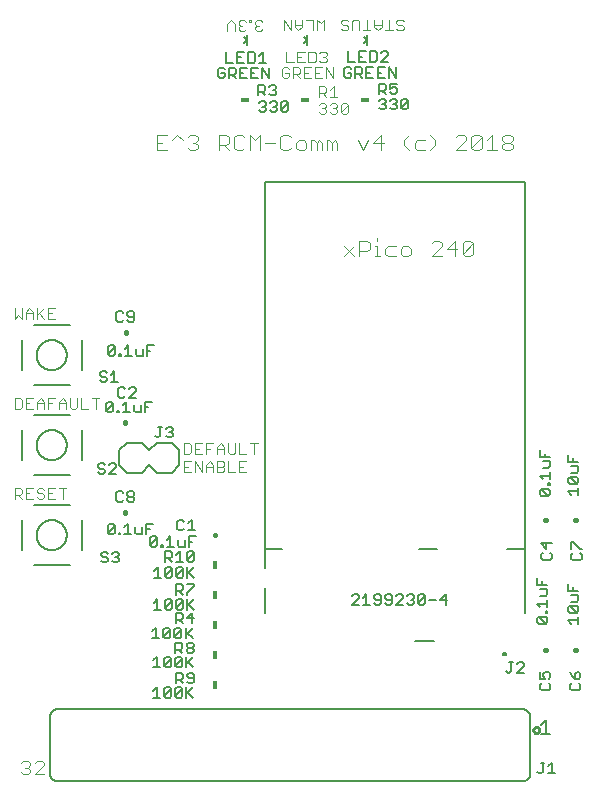
<source format=gbr>
G04 EAGLE Gerber RS-274X export*
G75*
%MOMM*%
%FSLAX34Y34*%
%LPD*%
%INSilkscreen Top*%
%IPPOS*%
%AMOC8*
5,1,8,0,0,1.08239X$1,22.5*%
G01*
%ADD10C,0.254000*%
%ADD11C,0.101600*%
%ADD12C,0.152400*%
%ADD13C,0.127000*%
%ADD14C,0.203200*%
%ADD15R,0.762000X0.457200*%
%ADD16C,0.381000*%
%ADD17C,0.200000*%
%ADD18R,0.457200X0.762000*%


D10*
X472440Y50800D02*
X472442Y50900D01*
X472448Y51001D01*
X472458Y51100D01*
X472472Y51200D01*
X472489Y51299D01*
X472511Y51397D01*
X472537Y51494D01*
X472566Y51590D01*
X472599Y51684D01*
X472636Y51778D01*
X472676Y51870D01*
X472720Y51960D01*
X472768Y52048D01*
X472819Y52135D01*
X472873Y52219D01*
X472931Y52301D01*
X472992Y52381D01*
X473056Y52458D01*
X473123Y52533D01*
X473193Y52605D01*
X473266Y52674D01*
X473341Y52740D01*
X473419Y52804D01*
X473499Y52864D01*
X473582Y52921D01*
X473667Y52974D01*
X473754Y53024D01*
X473843Y53071D01*
X473933Y53114D01*
X474025Y53154D01*
X474119Y53190D01*
X474214Y53222D01*
X474310Y53250D01*
X474408Y53275D01*
X474506Y53295D01*
X474605Y53312D01*
X474705Y53325D01*
X474804Y53334D01*
X474905Y53339D01*
X475005Y53340D01*
X475105Y53337D01*
X475206Y53330D01*
X475305Y53319D01*
X475405Y53304D01*
X475503Y53286D01*
X475601Y53263D01*
X475698Y53236D01*
X475793Y53206D01*
X475888Y53172D01*
X475981Y53134D01*
X476072Y53093D01*
X476162Y53048D01*
X476250Y53000D01*
X476336Y52948D01*
X476420Y52893D01*
X476501Y52834D01*
X476580Y52772D01*
X476657Y52708D01*
X476731Y52640D01*
X476802Y52569D01*
X476871Y52496D01*
X476936Y52420D01*
X476999Y52341D01*
X477058Y52260D01*
X477114Y52177D01*
X477167Y52092D01*
X477216Y52004D01*
X477262Y51915D01*
X477304Y51824D01*
X477343Y51731D01*
X477378Y51637D01*
X477409Y51542D01*
X477437Y51445D01*
X477460Y51348D01*
X477480Y51249D01*
X477496Y51150D01*
X477508Y51051D01*
X477516Y50950D01*
X477520Y50850D01*
X477520Y50750D01*
X477516Y50650D01*
X477508Y50549D01*
X477496Y50450D01*
X477480Y50351D01*
X477460Y50252D01*
X477437Y50155D01*
X477409Y50058D01*
X477378Y49963D01*
X477343Y49869D01*
X477304Y49776D01*
X477262Y49685D01*
X477216Y49596D01*
X477167Y49508D01*
X477114Y49423D01*
X477058Y49340D01*
X476999Y49259D01*
X476936Y49180D01*
X476871Y49104D01*
X476802Y49031D01*
X476731Y48960D01*
X476657Y48892D01*
X476580Y48828D01*
X476501Y48766D01*
X476420Y48707D01*
X476336Y48652D01*
X476250Y48600D01*
X476162Y48552D01*
X476072Y48507D01*
X475981Y48466D01*
X475888Y48428D01*
X475793Y48394D01*
X475698Y48364D01*
X475601Y48337D01*
X475503Y48314D01*
X475405Y48296D01*
X475305Y48281D01*
X475206Y48270D01*
X475105Y48263D01*
X475005Y48260D01*
X474905Y48261D01*
X474804Y48266D01*
X474705Y48275D01*
X474605Y48288D01*
X474506Y48305D01*
X474408Y48325D01*
X474310Y48350D01*
X474214Y48378D01*
X474119Y48410D01*
X474025Y48446D01*
X473933Y48486D01*
X473843Y48529D01*
X473754Y48576D01*
X473667Y48626D01*
X473582Y48679D01*
X473499Y48736D01*
X473419Y48796D01*
X473341Y48860D01*
X473266Y48926D01*
X473193Y48995D01*
X473123Y49067D01*
X473056Y49142D01*
X472992Y49219D01*
X472931Y49299D01*
X472873Y49381D01*
X472819Y49465D01*
X472768Y49552D01*
X472720Y49640D01*
X472676Y49730D01*
X472636Y49822D01*
X472599Y49916D01*
X472566Y50010D01*
X472537Y50106D01*
X472511Y50203D01*
X472489Y50301D01*
X472472Y50400D01*
X472458Y50500D01*
X472448Y50599D01*
X472442Y50700D01*
X472440Y50800D01*
D11*
X162483Y554747D02*
X153670Y554747D01*
X153670Y541528D01*
X162483Y541528D01*
X158076Y548138D02*
X153670Y548138D01*
X166767Y550341D02*
X171174Y554747D01*
X175580Y550341D01*
X179865Y552544D02*
X182068Y554747D01*
X186474Y554747D01*
X188677Y552544D01*
X188677Y550341D01*
X186474Y548138D01*
X184271Y548138D01*
X186474Y548138D02*
X188677Y545934D01*
X188677Y543731D01*
X186474Y541528D01*
X182068Y541528D01*
X179865Y543731D01*
X206059Y541528D02*
X206059Y554747D01*
X212669Y554747D01*
X214872Y552544D01*
X214872Y548138D01*
X212669Y545934D01*
X206059Y545934D01*
X210465Y545934D02*
X214872Y541528D01*
X227969Y552544D02*
X225766Y554747D01*
X221359Y554747D01*
X219156Y552544D01*
X219156Y543731D01*
X221359Y541528D01*
X225766Y541528D01*
X227969Y543731D01*
X232254Y541528D02*
X232254Y554747D01*
X236660Y550341D01*
X241066Y554747D01*
X241066Y541528D01*
X245351Y548138D02*
X254164Y548138D01*
X265058Y554747D02*
X267261Y552544D01*
X265058Y554747D02*
X260651Y554747D01*
X258448Y552544D01*
X258448Y543731D01*
X260651Y541528D01*
X265058Y541528D01*
X267261Y543731D01*
X273748Y541528D02*
X278155Y541528D01*
X280358Y543731D01*
X280358Y548138D01*
X278155Y550341D01*
X273748Y550341D01*
X271545Y548138D01*
X271545Y543731D01*
X273748Y541528D01*
X284643Y541528D02*
X284643Y550341D01*
X286846Y550341D01*
X289049Y548138D01*
X289049Y541528D01*
X289049Y548138D02*
X291252Y550341D01*
X293455Y548138D01*
X293455Y541528D01*
X297740Y541528D02*
X297740Y550341D01*
X299943Y550341D01*
X302146Y548138D01*
X302146Y541528D01*
X302146Y548138D02*
X304349Y550341D01*
X306553Y548138D01*
X306553Y541528D01*
X323934Y550341D02*
X328341Y541528D01*
X332747Y550341D01*
X343641Y554747D02*
X343641Y541528D01*
X337032Y548138D02*
X343641Y554747D01*
X345844Y548138D02*
X337032Y548138D01*
X363226Y545934D02*
X367632Y541528D01*
X363226Y545934D02*
X363226Y550341D01*
X367632Y554747D01*
X374161Y550341D02*
X380770Y550341D01*
X374161Y550341D02*
X371958Y548138D01*
X371958Y543731D01*
X374161Y541528D01*
X380770Y541528D01*
X385055Y541528D02*
X389461Y545934D01*
X389461Y550341D01*
X385055Y554747D01*
X406884Y541528D02*
X415696Y541528D01*
X406884Y541528D02*
X415696Y550341D01*
X415696Y552544D01*
X413493Y554747D01*
X409087Y554747D01*
X406884Y552544D01*
X419981Y552544D02*
X419981Y543731D01*
X419981Y552544D02*
X422184Y554747D01*
X426590Y554747D01*
X428794Y552544D01*
X428794Y543731D01*
X426590Y541528D01*
X422184Y541528D01*
X419981Y543731D01*
X428794Y552544D01*
X433078Y550341D02*
X437484Y554747D01*
X437484Y541528D01*
X433078Y541528D02*
X441891Y541528D01*
X446175Y552544D02*
X448378Y554747D01*
X452785Y554747D01*
X454988Y552544D01*
X454988Y550341D01*
X452785Y548138D01*
X454988Y545934D01*
X454988Y543731D01*
X452785Y541528D01*
X448378Y541528D01*
X446175Y543731D01*
X446175Y545934D01*
X448378Y548138D01*
X446175Y550341D01*
X446175Y552544D01*
X448378Y548138D02*
X452785Y548138D01*
X358136Y643120D02*
X356611Y644646D01*
X358136Y643120D02*
X361187Y643120D01*
X362712Y644646D01*
X362712Y646171D01*
X361187Y647696D01*
X358136Y647696D01*
X356611Y649221D01*
X356611Y650747D01*
X358136Y652272D01*
X361187Y652272D01*
X362712Y650747D01*
X350306Y652272D02*
X350306Y643120D01*
X347256Y643120D02*
X353357Y643120D01*
X344002Y646171D02*
X344002Y652272D01*
X344002Y646171D02*
X340951Y643120D01*
X337900Y646171D01*
X337900Y652272D01*
X337900Y647696D02*
X344002Y647696D01*
X331596Y652272D02*
X331596Y643120D01*
X334646Y643120D02*
X328545Y643120D01*
X325291Y643120D02*
X325291Y650747D01*
X323766Y652272D01*
X320715Y652272D01*
X319190Y650747D01*
X319190Y643120D01*
X311360Y643120D02*
X309835Y644646D01*
X311360Y643120D02*
X314411Y643120D01*
X315936Y644646D01*
X315936Y646171D01*
X314411Y647696D01*
X311360Y647696D01*
X309835Y649221D01*
X309835Y650747D01*
X311360Y652272D01*
X314411Y652272D01*
X315936Y650747D01*
X243078Y644138D02*
X241553Y642612D01*
X238502Y642612D01*
X236977Y644138D01*
X236977Y645663D01*
X238502Y647188D01*
X240027Y647188D01*
X238502Y647188D02*
X236977Y648713D01*
X236977Y650239D01*
X238502Y651764D01*
X241553Y651764D01*
X243078Y650239D01*
X233723Y650239D02*
X233723Y651764D01*
X233723Y650239D02*
X232198Y650239D01*
X232198Y651764D01*
X233723Y651764D01*
X229045Y644138D02*
X227520Y642612D01*
X224469Y642612D01*
X222944Y644138D01*
X222944Y645663D01*
X224469Y647188D01*
X225995Y647188D01*
X224469Y647188D02*
X222944Y648713D01*
X222944Y650239D01*
X224469Y651764D01*
X227520Y651764D01*
X229045Y650239D01*
X219690Y648713D02*
X219690Y642612D01*
X219690Y648713D02*
X216639Y651764D01*
X213589Y648713D01*
X213589Y642612D01*
X33528Y408186D02*
X33528Y399034D01*
X36579Y402085D01*
X39629Y399034D01*
X39629Y408186D01*
X42883Y405135D02*
X42883Y399034D01*
X42883Y405135D02*
X45934Y408186D01*
X48984Y405135D01*
X48984Y399034D01*
X48984Y403610D02*
X42883Y403610D01*
X52238Y408186D02*
X52238Y399034D01*
X52238Y402085D02*
X58340Y408186D01*
X53764Y403610D02*
X58340Y399034D01*
X61594Y408186D02*
X67695Y408186D01*
X61594Y408186D02*
X61594Y399034D01*
X67695Y399034D01*
X64644Y403610D02*
X61594Y403610D01*
X33528Y331986D02*
X33528Y322834D01*
X38104Y322834D01*
X39629Y324359D01*
X39629Y330461D01*
X38104Y331986D01*
X33528Y331986D01*
X42883Y331986D02*
X48984Y331986D01*
X42883Y331986D02*
X42883Y322834D01*
X48984Y322834D01*
X45934Y327410D02*
X42883Y327410D01*
X52238Y328935D02*
X52238Y322834D01*
X52238Y328935D02*
X55289Y331986D01*
X58340Y328935D01*
X58340Y322834D01*
X58340Y327410D02*
X52238Y327410D01*
X61594Y322834D02*
X61594Y331986D01*
X67695Y331986D01*
X64644Y327410D02*
X61594Y327410D01*
X70949Y328935D02*
X70949Y322834D01*
X70949Y328935D02*
X73999Y331986D01*
X77050Y328935D01*
X77050Y322834D01*
X77050Y327410D02*
X70949Y327410D01*
X80304Y324359D02*
X80304Y331986D01*
X80304Y324359D02*
X81829Y322834D01*
X84880Y322834D01*
X86405Y324359D01*
X86405Y331986D01*
X89659Y331986D02*
X89659Y322834D01*
X95760Y322834D01*
X102065Y322834D02*
X102065Y331986D01*
X99014Y331986D02*
X105116Y331986D01*
X33528Y255786D02*
X33528Y246634D01*
X33528Y255786D02*
X38104Y255786D01*
X39629Y254261D01*
X39629Y251210D01*
X38104Y249685D01*
X33528Y249685D01*
X36579Y249685D02*
X39629Y246634D01*
X42883Y255786D02*
X48984Y255786D01*
X42883Y255786D02*
X42883Y246634D01*
X48984Y246634D01*
X45934Y251210D02*
X42883Y251210D01*
X56814Y255786D02*
X58340Y254261D01*
X56814Y255786D02*
X53764Y255786D01*
X52238Y254261D01*
X52238Y252735D01*
X53764Y251210D01*
X56814Y251210D01*
X58340Y249685D01*
X58340Y248159D01*
X56814Y246634D01*
X53764Y246634D01*
X52238Y248159D01*
X61594Y255786D02*
X67695Y255786D01*
X61594Y255786D02*
X61594Y246634D01*
X67695Y246634D01*
X64644Y251210D02*
X61594Y251210D01*
X73999Y246634D02*
X73999Y255786D01*
X70949Y255786D02*
X77050Y255786D01*
D12*
X465582Y203708D02*
X465582Y515112D01*
X245364Y515112D02*
X245364Y203708D01*
X245364Y515112D02*
X465582Y515112D01*
D11*
X320979Y451866D02*
X312166Y460679D01*
X312166Y451866D02*
X320979Y460679D01*
X325263Y465085D02*
X325263Y451866D01*
X325263Y465085D02*
X331873Y465085D01*
X334076Y462882D01*
X334076Y458476D01*
X331873Y456272D01*
X325263Y456272D01*
X338361Y460679D02*
X340564Y460679D01*
X340564Y451866D01*
X338361Y451866D02*
X342767Y451866D01*
X340564Y465085D02*
X340564Y467289D01*
X349295Y460679D02*
X355905Y460679D01*
X349295Y460679D02*
X347092Y458476D01*
X347092Y454069D01*
X349295Y451866D01*
X355905Y451866D01*
X362392Y451866D02*
X366799Y451866D01*
X369002Y454069D01*
X369002Y458476D01*
X366799Y460679D01*
X362392Y460679D01*
X360189Y458476D01*
X360189Y454069D01*
X362392Y451866D01*
X386384Y451866D02*
X395197Y451866D01*
X386384Y451866D02*
X395197Y460679D01*
X395197Y462882D01*
X392993Y465085D01*
X388587Y465085D01*
X386384Y462882D01*
X406091Y465085D02*
X406091Y451866D01*
X399481Y458476D02*
X406091Y465085D01*
X408294Y458476D02*
X399481Y458476D01*
X412578Y454069D02*
X412578Y462882D01*
X414781Y465085D01*
X419188Y465085D01*
X421391Y462882D01*
X421391Y454069D01*
X419188Y451866D01*
X414781Y451866D01*
X412578Y454069D01*
X421391Y462882D01*
X176784Y293632D02*
X176784Y284480D01*
X181360Y284480D01*
X182885Y286005D01*
X182885Y292107D01*
X181360Y293632D01*
X176784Y293632D01*
X186139Y293632D02*
X192240Y293632D01*
X186139Y293632D02*
X186139Y284480D01*
X192240Y284480D01*
X189190Y289056D02*
X186139Y289056D01*
X195494Y284480D02*
X195494Y293632D01*
X201596Y293632D01*
X198545Y289056D02*
X195494Y289056D01*
X204850Y290581D02*
X204850Y284480D01*
X204850Y290581D02*
X207900Y293632D01*
X210951Y290581D01*
X210951Y284480D01*
X210951Y289056D02*
X204850Y289056D01*
X214205Y286005D02*
X214205Y293632D01*
X214205Y286005D02*
X215730Y284480D01*
X218781Y284480D01*
X220306Y286005D01*
X220306Y293632D01*
X223560Y293632D02*
X223560Y284480D01*
X229661Y284480D01*
X235966Y284480D02*
X235966Y293632D01*
X239016Y293632D02*
X232915Y293632D01*
X182885Y278392D02*
X176784Y278392D01*
X176784Y269240D01*
X182885Y269240D01*
X179835Y273816D02*
X176784Y273816D01*
X186139Y269240D02*
X186139Y278392D01*
X192240Y269240D01*
X192240Y278392D01*
X195494Y275341D02*
X195494Y269240D01*
X195494Y275341D02*
X198545Y278392D01*
X201596Y275341D01*
X201596Y269240D01*
X201596Y273816D02*
X195494Y273816D01*
X204850Y269240D02*
X204850Y278392D01*
X209425Y278392D01*
X210951Y276867D01*
X210951Y275341D01*
X209425Y273816D01*
X210951Y272291D01*
X210951Y270765D01*
X209425Y269240D01*
X204850Y269240D01*
X204850Y273816D02*
X209425Y273816D01*
X214205Y278392D02*
X214205Y269240D01*
X220306Y269240D01*
X223560Y278392D02*
X229661Y278392D01*
X223560Y278392D02*
X223560Y269240D01*
X229661Y269240D01*
X226611Y273816D02*
X223560Y273816D01*
X295402Y643120D02*
X295402Y652272D01*
X292351Y649221D01*
X289301Y652272D01*
X289301Y643120D01*
X286047Y643120D02*
X286047Y652272D01*
X279946Y652272D01*
X276692Y652272D02*
X276692Y646171D01*
X273641Y643120D01*
X270590Y646171D01*
X270590Y652272D01*
X270590Y647696D02*
X276692Y647696D01*
X267336Y652272D02*
X267336Y643120D01*
X261235Y652272D01*
X261235Y643120D01*
D12*
X63500Y62230D02*
X63500Y13970D01*
X63500Y62230D02*
X63502Y62388D01*
X63508Y62547D01*
X63518Y62705D01*
X63532Y62862D01*
X63549Y63020D01*
X63571Y63176D01*
X63596Y63333D01*
X63626Y63488D01*
X63659Y63643D01*
X63696Y63797D01*
X63737Y63950D01*
X63782Y64102D01*
X63831Y64252D01*
X63883Y64402D01*
X63939Y64550D01*
X63999Y64697D01*
X64062Y64842D01*
X64129Y64985D01*
X64199Y65127D01*
X64273Y65267D01*
X64351Y65405D01*
X64432Y65541D01*
X64516Y65675D01*
X64603Y65807D01*
X64694Y65937D01*
X64788Y66064D01*
X64885Y66189D01*
X64986Y66312D01*
X65089Y66432D01*
X65195Y66549D01*
X65304Y66664D01*
X65416Y66776D01*
X65531Y66885D01*
X65648Y66991D01*
X65768Y67094D01*
X65891Y67195D01*
X66016Y67292D01*
X66143Y67386D01*
X66273Y67477D01*
X66405Y67564D01*
X66539Y67648D01*
X66675Y67729D01*
X66813Y67807D01*
X66953Y67881D01*
X67095Y67951D01*
X67238Y68018D01*
X67383Y68081D01*
X67530Y68141D01*
X67678Y68197D01*
X67828Y68249D01*
X67978Y68298D01*
X68130Y68343D01*
X68283Y68384D01*
X68437Y68421D01*
X68592Y68454D01*
X68747Y68484D01*
X68904Y68509D01*
X69060Y68531D01*
X69218Y68548D01*
X69375Y68562D01*
X69533Y68572D01*
X69692Y68578D01*
X69850Y68580D01*
X63500Y13970D02*
X63502Y13812D01*
X63508Y13653D01*
X63518Y13495D01*
X63532Y13338D01*
X63549Y13180D01*
X63571Y13024D01*
X63596Y12867D01*
X63626Y12712D01*
X63659Y12557D01*
X63696Y12403D01*
X63737Y12250D01*
X63782Y12098D01*
X63831Y11948D01*
X63883Y11798D01*
X63939Y11650D01*
X63999Y11503D01*
X64062Y11358D01*
X64129Y11215D01*
X64199Y11073D01*
X64273Y10933D01*
X64351Y10795D01*
X64432Y10659D01*
X64516Y10525D01*
X64603Y10393D01*
X64694Y10263D01*
X64788Y10136D01*
X64885Y10011D01*
X64986Y9888D01*
X65089Y9768D01*
X65195Y9651D01*
X65304Y9536D01*
X65416Y9424D01*
X65531Y9315D01*
X65648Y9209D01*
X65768Y9106D01*
X65891Y9005D01*
X66016Y8908D01*
X66143Y8814D01*
X66273Y8723D01*
X66405Y8636D01*
X66539Y8552D01*
X66675Y8471D01*
X66813Y8393D01*
X66953Y8319D01*
X67095Y8249D01*
X67238Y8182D01*
X67383Y8119D01*
X67530Y8059D01*
X67678Y8003D01*
X67828Y7951D01*
X67978Y7902D01*
X68130Y7857D01*
X68283Y7816D01*
X68437Y7779D01*
X68592Y7746D01*
X68747Y7716D01*
X68904Y7691D01*
X69060Y7669D01*
X69218Y7652D01*
X69375Y7638D01*
X69533Y7628D01*
X69692Y7622D01*
X69850Y7620D01*
X69850Y68580D02*
X463550Y68580D01*
X469900Y62230D02*
X469900Y13970D01*
X463550Y7620D02*
X69850Y7620D01*
X463550Y68580D02*
X463708Y68578D01*
X463867Y68572D01*
X464025Y68562D01*
X464182Y68548D01*
X464340Y68531D01*
X464496Y68509D01*
X464653Y68484D01*
X464808Y68454D01*
X464963Y68421D01*
X465117Y68384D01*
X465270Y68343D01*
X465422Y68298D01*
X465572Y68249D01*
X465722Y68197D01*
X465870Y68141D01*
X466017Y68081D01*
X466162Y68018D01*
X466305Y67951D01*
X466447Y67881D01*
X466587Y67807D01*
X466725Y67729D01*
X466861Y67648D01*
X466995Y67564D01*
X467127Y67477D01*
X467257Y67386D01*
X467384Y67292D01*
X467509Y67195D01*
X467632Y67094D01*
X467752Y66991D01*
X467869Y66885D01*
X467984Y66776D01*
X468096Y66664D01*
X468205Y66549D01*
X468311Y66432D01*
X468414Y66312D01*
X468515Y66189D01*
X468612Y66064D01*
X468706Y65937D01*
X468797Y65807D01*
X468884Y65675D01*
X468968Y65541D01*
X469049Y65405D01*
X469127Y65267D01*
X469201Y65127D01*
X469271Y64985D01*
X469338Y64842D01*
X469401Y64697D01*
X469461Y64550D01*
X469517Y64402D01*
X469569Y64252D01*
X469618Y64102D01*
X469663Y63950D01*
X469704Y63797D01*
X469741Y63643D01*
X469774Y63488D01*
X469804Y63333D01*
X469829Y63176D01*
X469851Y63020D01*
X469868Y62862D01*
X469882Y62705D01*
X469892Y62547D01*
X469898Y62388D01*
X469900Y62230D01*
X469900Y13970D02*
X469898Y13812D01*
X469892Y13653D01*
X469882Y13495D01*
X469868Y13338D01*
X469851Y13180D01*
X469829Y13024D01*
X469804Y12867D01*
X469774Y12712D01*
X469741Y12557D01*
X469704Y12403D01*
X469663Y12250D01*
X469618Y12098D01*
X469569Y11948D01*
X469517Y11798D01*
X469461Y11650D01*
X469401Y11503D01*
X469338Y11358D01*
X469271Y11215D01*
X469201Y11073D01*
X469127Y10933D01*
X469049Y10795D01*
X468968Y10659D01*
X468884Y10525D01*
X468797Y10393D01*
X468706Y10263D01*
X468612Y10136D01*
X468515Y10011D01*
X468414Y9888D01*
X468311Y9768D01*
X468205Y9651D01*
X468096Y9536D01*
X467984Y9424D01*
X467869Y9315D01*
X467752Y9209D01*
X467632Y9106D01*
X467509Y9005D01*
X467384Y8908D01*
X467257Y8814D01*
X467127Y8723D01*
X466995Y8636D01*
X466861Y8552D01*
X466725Y8471D01*
X466587Y8393D01*
X466447Y8319D01*
X466305Y8249D01*
X466162Y8182D01*
X466017Y8119D01*
X465870Y8059D01*
X465722Y8003D01*
X465572Y7951D01*
X465422Y7902D01*
X465270Y7857D01*
X465117Y7816D01*
X464963Y7779D01*
X464808Y7746D01*
X464653Y7716D01*
X464496Y7691D01*
X464340Y7669D01*
X464182Y7652D01*
X464025Y7638D01*
X463867Y7628D01*
X463708Y7622D01*
X463550Y7620D01*
D13*
X479425Y55252D02*
X483238Y59065D01*
X483238Y47625D01*
X479425Y47625D02*
X487052Y47625D01*
D11*
X40557Y24902D02*
X38608Y22953D01*
X40557Y24902D02*
X44455Y24902D01*
X46404Y22953D01*
X46404Y21004D01*
X44455Y19055D01*
X42506Y19055D01*
X44455Y19055D02*
X46404Y17106D01*
X46404Y15157D01*
X44455Y13208D01*
X40557Y13208D01*
X38608Y15157D01*
X50302Y13208D02*
X58098Y13208D01*
X50302Y13208D02*
X58098Y21004D01*
X58098Y22953D01*
X56149Y24902D01*
X52251Y24902D01*
X50302Y22953D01*
D13*
X475869Y15580D02*
X477352Y14097D01*
X478835Y14097D01*
X480318Y15580D01*
X480318Y22995D01*
X478835Y22995D02*
X481801Y22995D01*
X485224Y20029D02*
X488190Y22995D01*
X488190Y14097D01*
X485224Y14097D02*
X491156Y14097D01*
D14*
X230300Y630400D02*
X230300Y635000D01*
X230300Y639600D01*
X230300Y635000D02*
X227200Y632662D01*
X230146Y635254D02*
X227200Y637184D01*
D13*
X212471Y624848D02*
X212471Y615950D01*
X218403Y615950D01*
X221826Y624848D02*
X227758Y624848D01*
X221826Y624848D02*
X221826Y615950D01*
X227758Y615950D01*
X224792Y620399D02*
X221826Y620399D01*
X231181Y624848D02*
X231181Y615950D01*
X235630Y615950D01*
X237113Y617433D01*
X237113Y623365D01*
X235630Y624848D01*
X231181Y624848D01*
X240537Y621882D02*
X243502Y624848D01*
X243502Y615950D01*
X240537Y615950D02*
X246468Y615950D01*
X211291Y610157D02*
X209808Y611640D01*
X206842Y611640D01*
X205359Y610157D01*
X205359Y604225D01*
X206842Y602742D01*
X209808Y602742D01*
X211291Y604225D01*
X211291Y607191D01*
X208325Y607191D01*
X214714Y602742D02*
X214714Y611640D01*
X219163Y611640D01*
X220646Y610157D01*
X220646Y607191D01*
X219163Y605708D01*
X214714Y605708D01*
X217680Y605708D02*
X220646Y602742D01*
X224069Y611640D02*
X230001Y611640D01*
X224069Y611640D02*
X224069Y602742D01*
X230001Y602742D01*
X227035Y607191D02*
X224069Y607191D01*
X233425Y611640D02*
X239356Y611640D01*
X233425Y611640D02*
X233425Y602742D01*
X239356Y602742D01*
X236390Y607191D02*
X233425Y607191D01*
X242780Y602742D02*
X242780Y611640D01*
X248711Y602742D01*
X248711Y611640D01*
D14*
X331900Y630400D02*
X331900Y635000D01*
X331900Y639600D01*
X331900Y635000D02*
X328800Y632662D01*
X331746Y635254D02*
X328800Y637184D01*
D13*
X315341Y625356D02*
X315341Y616458D01*
X321273Y616458D01*
X324696Y625356D02*
X330628Y625356D01*
X324696Y625356D02*
X324696Y616458D01*
X330628Y616458D01*
X327662Y620907D02*
X324696Y620907D01*
X334051Y625356D02*
X334051Y616458D01*
X338500Y616458D01*
X339983Y617941D01*
X339983Y623873D01*
X338500Y625356D01*
X334051Y625356D01*
X343407Y616458D02*
X349338Y616458D01*
X343407Y616458D02*
X349338Y622390D01*
X349338Y623873D01*
X347855Y625356D01*
X344889Y625356D01*
X343407Y623873D01*
X318479Y610411D02*
X316996Y611894D01*
X314030Y611894D01*
X312547Y610411D01*
X312547Y604479D01*
X314030Y602996D01*
X316996Y602996D01*
X318479Y604479D01*
X318479Y607445D01*
X315513Y607445D01*
X321902Y602996D02*
X321902Y611894D01*
X326351Y611894D01*
X327834Y610411D01*
X327834Y607445D01*
X326351Y605962D01*
X321902Y605962D01*
X324868Y605962D02*
X327834Y602996D01*
X331257Y611894D02*
X337189Y611894D01*
X331257Y611894D02*
X331257Y602996D01*
X337189Y602996D01*
X334223Y607445D02*
X331257Y607445D01*
X340613Y611894D02*
X346544Y611894D01*
X340613Y611894D02*
X340613Y602996D01*
X346544Y602996D01*
X343578Y607445D02*
X340613Y607445D01*
X349968Y602996D02*
X349968Y611894D01*
X355899Y602996D01*
X355899Y611894D01*
D15*
X228600Y584200D03*
D13*
X239649Y588137D02*
X239649Y597035D01*
X244098Y597035D01*
X245581Y595552D01*
X245581Y592586D01*
X244098Y591103D01*
X239649Y591103D01*
X242615Y591103D02*
X245581Y588137D01*
X249004Y595552D02*
X250487Y597035D01*
X253453Y597035D01*
X254936Y595552D01*
X254936Y594069D01*
X253453Y592586D01*
X251970Y592586D01*
X253453Y592586D02*
X254936Y591103D01*
X254936Y589620D01*
X253453Y588137D01*
X250487Y588137D01*
X249004Y589620D01*
X241640Y583065D02*
X240157Y581582D01*
X241640Y583065D02*
X244606Y583065D01*
X246089Y581582D01*
X246089Y580099D01*
X244606Y578616D01*
X243123Y578616D01*
X244606Y578616D02*
X246089Y577133D01*
X246089Y575650D01*
X244606Y574167D01*
X241640Y574167D01*
X240157Y575650D01*
X249512Y581582D02*
X250995Y583065D01*
X253961Y583065D01*
X255444Y581582D01*
X255444Y580099D01*
X253961Y578616D01*
X252478Y578616D01*
X253961Y578616D02*
X255444Y577133D01*
X255444Y575650D01*
X253961Y574167D01*
X250995Y574167D01*
X249512Y575650D01*
X258867Y575650D02*
X258867Y581582D01*
X260350Y583065D01*
X263316Y583065D01*
X264799Y581582D01*
X264799Y575650D01*
X263316Y574167D01*
X260350Y574167D01*
X258867Y575650D01*
X264799Y581582D01*
D15*
X330200Y584200D03*
D13*
X341757Y589153D02*
X341757Y598051D01*
X346206Y598051D01*
X347689Y596568D01*
X347689Y593602D01*
X346206Y592119D01*
X341757Y592119D01*
X344723Y592119D02*
X347689Y589153D01*
X351112Y598051D02*
X357044Y598051D01*
X351112Y598051D02*
X351112Y593602D01*
X354078Y595085D01*
X355561Y595085D01*
X357044Y593602D01*
X357044Y590636D01*
X355561Y589153D01*
X352595Y589153D01*
X351112Y590636D01*
X343240Y585097D02*
X341757Y583614D01*
X343240Y585097D02*
X346206Y585097D01*
X347689Y583614D01*
X347689Y582131D01*
X346206Y580648D01*
X344723Y580648D01*
X346206Y580648D02*
X347689Y579165D01*
X347689Y577682D01*
X346206Y576199D01*
X343240Y576199D01*
X341757Y577682D01*
X351112Y583614D02*
X352595Y585097D01*
X355561Y585097D01*
X357044Y583614D01*
X357044Y582131D01*
X355561Y580648D01*
X354078Y580648D01*
X355561Y580648D02*
X357044Y579165D01*
X357044Y577682D01*
X355561Y576199D01*
X352595Y576199D01*
X351112Y577682D01*
X360467Y577682D02*
X360467Y583614D01*
X361950Y585097D01*
X364916Y585097D01*
X366399Y583614D01*
X366399Y577682D01*
X364916Y576199D01*
X361950Y576199D01*
X360467Y577682D01*
X366399Y583614D01*
D16*
X203200Y216179D02*
X203200Y215621D01*
D13*
X176747Y227252D02*
X175264Y228735D01*
X172298Y228735D01*
X170815Y227252D01*
X170815Y221320D01*
X172298Y219837D01*
X175264Y219837D01*
X176747Y221320D01*
X180170Y225769D02*
X183136Y228735D01*
X183136Y219837D01*
X180170Y219837D02*
X186102Y219837D01*
X147955Y213282D02*
X147955Y207350D01*
X147955Y213282D02*
X149438Y214765D01*
X152404Y214765D01*
X153887Y213282D01*
X153887Y207350D01*
X152404Y205867D01*
X149438Y205867D01*
X147955Y207350D01*
X153887Y213282D01*
X157310Y207350D02*
X157310Y205867D01*
X157310Y207350D02*
X158793Y207350D01*
X158793Y205867D01*
X157310Y205867D01*
X161988Y211799D02*
X164954Y214765D01*
X164954Y205867D01*
X161988Y205867D02*
X167920Y205867D01*
X171343Y207350D02*
X171343Y211799D01*
X171343Y207350D02*
X172826Y205867D01*
X177275Y205867D01*
X177275Y211799D01*
X180698Y214765D02*
X180698Y205867D01*
X180698Y214765D02*
X186630Y214765D01*
X183664Y210316D02*
X180698Y210316D01*
D16*
X482321Y228600D02*
X482879Y228600D01*
D13*
X480646Y200962D02*
X479163Y199479D01*
X479163Y196514D01*
X480646Y195031D01*
X486578Y195031D01*
X488061Y196514D01*
X488061Y199479D01*
X486578Y200962D01*
X488061Y208835D02*
X479163Y208835D01*
X483612Y204386D01*
X483612Y210318D01*
X485308Y249047D02*
X479376Y249047D01*
X477893Y250530D01*
X477893Y253496D01*
X479376Y254979D01*
X485308Y254979D01*
X486791Y253496D01*
X486791Y250530D01*
X485308Y249047D01*
X479376Y254979D01*
X485308Y258402D02*
X486791Y258402D01*
X485308Y258402D02*
X485308Y259885D01*
X486791Y259885D01*
X486791Y258402D01*
X480859Y263080D02*
X477893Y266046D01*
X486791Y266046D01*
X486791Y263080D02*
X486791Y269012D01*
X485308Y272435D02*
X480859Y272435D01*
X485308Y272435D02*
X486791Y273918D01*
X486791Y278367D01*
X480859Y278367D01*
X477893Y281790D02*
X486791Y281790D01*
X477893Y281790D02*
X477893Y287722D01*
X482342Y284756D02*
X482342Y281790D01*
D16*
X482321Y118618D02*
X482879Y118618D01*
D13*
X479630Y90387D02*
X478147Y88904D01*
X478147Y85938D01*
X479630Y84455D01*
X485562Y84455D01*
X487045Y85938D01*
X487045Y88904D01*
X485562Y90387D01*
X478147Y93810D02*
X478147Y99742D01*
X478147Y93810D02*
X482596Y93810D01*
X481113Y96776D01*
X481113Y98259D01*
X482596Y99742D01*
X485562Y99742D01*
X487045Y98259D01*
X487045Y95293D01*
X485562Y93810D01*
X483022Y140843D02*
X477090Y140843D01*
X475607Y142326D01*
X475607Y145292D01*
X477090Y146775D01*
X483022Y146775D01*
X484505Y145292D01*
X484505Y142326D01*
X483022Y140843D01*
X477090Y146775D01*
X483022Y150198D02*
X484505Y150198D01*
X483022Y150198D02*
X483022Y151681D01*
X484505Y151681D01*
X484505Y150198D01*
X478573Y154876D02*
X475607Y157842D01*
X484505Y157842D01*
X484505Y154876D02*
X484505Y160808D01*
X483022Y164231D02*
X478573Y164231D01*
X483022Y164231D02*
X484505Y165714D01*
X484505Y170163D01*
X478573Y170163D01*
X475607Y173586D02*
X484505Y173586D01*
X475607Y173586D02*
X475607Y179518D01*
X480056Y176552D02*
X480056Y173586D01*
D16*
X507721Y118618D02*
X508279Y118618D01*
D13*
X505030Y90387D02*
X503547Y88904D01*
X503547Y85938D01*
X505030Y84455D01*
X510962Y84455D01*
X512445Y85938D01*
X512445Y88904D01*
X510962Y90387D01*
X505030Y96776D02*
X503547Y99742D01*
X505030Y96776D02*
X507996Y93810D01*
X510962Y93810D01*
X512445Y95293D01*
X512445Y98259D01*
X510962Y99742D01*
X509479Y99742D01*
X507996Y98259D01*
X507996Y93810D01*
X504735Y140843D02*
X501769Y143809D01*
X510667Y143809D01*
X510667Y140843D02*
X510667Y146775D01*
X509184Y150198D02*
X503252Y150198D01*
X501769Y151681D01*
X501769Y154647D01*
X503252Y156130D01*
X509184Y156130D01*
X510667Y154647D01*
X510667Y151681D01*
X509184Y150198D01*
X503252Y156130D01*
X504735Y159553D02*
X509184Y159553D01*
X510667Y161036D01*
X510667Y165485D01*
X504735Y165485D01*
X501769Y168909D02*
X510667Y168909D01*
X501769Y168909D02*
X501769Y174840D01*
X506218Y171874D02*
X506218Y168909D01*
D16*
X507721Y228600D02*
X508279Y228600D01*
D13*
X506046Y200454D02*
X504563Y198971D01*
X504563Y196006D01*
X506046Y194523D01*
X511978Y194523D01*
X513461Y196006D01*
X513461Y198971D01*
X511978Y200454D01*
X504563Y203878D02*
X504563Y209810D01*
X506046Y209810D01*
X511978Y203878D01*
X513461Y203878D01*
X504735Y249809D02*
X501769Y252775D01*
X510667Y252775D01*
X510667Y249809D02*
X510667Y255741D01*
X509184Y259164D02*
X503252Y259164D01*
X501769Y260647D01*
X501769Y263613D01*
X503252Y265096D01*
X509184Y265096D01*
X510667Y263613D01*
X510667Y260647D01*
X509184Y259164D01*
X503252Y265096D01*
X504735Y268519D02*
X509184Y268519D01*
X510667Y270002D01*
X510667Y274451D01*
X504735Y274451D01*
X501769Y277875D02*
X510667Y277875D01*
X501769Y277875D02*
X501769Y283806D01*
X506218Y280840D02*
X506218Y277875D01*
D14*
X90170Y355600D02*
X90170Y380700D01*
X80170Y342900D02*
X49370Y342900D01*
X39370Y355900D02*
X39370Y380700D01*
X49370Y393700D02*
X80170Y393700D01*
X52070Y368300D02*
X52074Y368612D01*
X52085Y368923D01*
X52104Y369234D01*
X52131Y369545D01*
X52166Y369855D01*
X52207Y370163D01*
X52257Y370471D01*
X52314Y370778D01*
X52379Y371083D01*
X52451Y371386D01*
X52530Y371687D01*
X52617Y371987D01*
X52711Y372284D01*
X52812Y372579D01*
X52921Y372871D01*
X53037Y373160D01*
X53160Y373447D01*
X53289Y373730D01*
X53426Y374010D01*
X53570Y374287D01*
X53720Y374560D01*
X53877Y374829D01*
X54040Y375094D01*
X54210Y375356D01*
X54387Y375613D01*
X54569Y375865D01*
X54758Y376113D01*
X54953Y376357D01*
X55153Y376595D01*
X55360Y376829D01*
X55572Y377057D01*
X55790Y377280D01*
X56013Y377498D01*
X56241Y377710D01*
X56475Y377917D01*
X56713Y378117D01*
X56957Y378312D01*
X57205Y378501D01*
X57457Y378683D01*
X57714Y378860D01*
X57976Y379030D01*
X58241Y379193D01*
X58510Y379350D01*
X58783Y379500D01*
X59060Y379644D01*
X59340Y379781D01*
X59623Y379910D01*
X59910Y380033D01*
X60199Y380149D01*
X60491Y380258D01*
X60786Y380359D01*
X61083Y380453D01*
X61383Y380540D01*
X61684Y380619D01*
X61987Y380691D01*
X62292Y380756D01*
X62599Y380813D01*
X62907Y380863D01*
X63215Y380904D01*
X63525Y380939D01*
X63836Y380966D01*
X64147Y380985D01*
X64458Y380996D01*
X64770Y381000D01*
X65082Y380996D01*
X65393Y380985D01*
X65704Y380966D01*
X66015Y380939D01*
X66325Y380904D01*
X66633Y380863D01*
X66941Y380813D01*
X67248Y380756D01*
X67553Y380691D01*
X67856Y380619D01*
X68157Y380540D01*
X68457Y380453D01*
X68754Y380359D01*
X69049Y380258D01*
X69341Y380149D01*
X69630Y380033D01*
X69917Y379910D01*
X70200Y379781D01*
X70480Y379644D01*
X70757Y379500D01*
X71030Y379350D01*
X71299Y379193D01*
X71564Y379030D01*
X71826Y378860D01*
X72083Y378683D01*
X72335Y378501D01*
X72583Y378312D01*
X72827Y378117D01*
X73065Y377917D01*
X73299Y377710D01*
X73527Y377498D01*
X73750Y377280D01*
X73968Y377057D01*
X74180Y376829D01*
X74387Y376595D01*
X74587Y376357D01*
X74782Y376113D01*
X74971Y375865D01*
X75153Y375613D01*
X75330Y375356D01*
X75500Y375094D01*
X75663Y374829D01*
X75820Y374560D01*
X75970Y374287D01*
X76114Y374010D01*
X76251Y373730D01*
X76380Y373447D01*
X76503Y373160D01*
X76619Y372871D01*
X76728Y372579D01*
X76829Y372284D01*
X76923Y371987D01*
X77010Y371687D01*
X77089Y371386D01*
X77161Y371083D01*
X77226Y370778D01*
X77283Y370471D01*
X77333Y370163D01*
X77374Y369855D01*
X77409Y369545D01*
X77436Y369234D01*
X77455Y368923D01*
X77466Y368612D01*
X77470Y368300D01*
X77466Y367988D01*
X77455Y367677D01*
X77436Y367366D01*
X77409Y367055D01*
X77374Y366745D01*
X77333Y366437D01*
X77283Y366129D01*
X77226Y365822D01*
X77161Y365517D01*
X77089Y365214D01*
X77010Y364913D01*
X76923Y364613D01*
X76829Y364316D01*
X76728Y364021D01*
X76619Y363729D01*
X76503Y363440D01*
X76380Y363153D01*
X76251Y362870D01*
X76114Y362590D01*
X75970Y362313D01*
X75820Y362040D01*
X75663Y361771D01*
X75500Y361506D01*
X75330Y361244D01*
X75153Y360987D01*
X74971Y360735D01*
X74782Y360487D01*
X74587Y360243D01*
X74387Y360005D01*
X74180Y359771D01*
X73968Y359543D01*
X73750Y359320D01*
X73527Y359102D01*
X73299Y358890D01*
X73065Y358683D01*
X72827Y358483D01*
X72583Y358288D01*
X72335Y358099D01*
X72083Y357917D01*
X71826Y357740D01*
X71564Y357570D01*
X71299Y357407D01*
X71030Y357250D01*
X70757Y357100D01*
X70480Y356956D01*
X70200Y356819D01*
X69917Y356690D01*
X69630Y356567D01*
X69341Y356451D01*
X69049Y356342D01*
X68754Y356241D01*
X68457Y356147D01*
X68157Y356060D01*
X67856Y355981D01*
X67553Y355909D01*
X67248Y355844D01*
X66941Y355787D01*
X66633Y355737D01*
X66325Y355696D01*
X66015Y355661D01*
X65704Y355634D01*
X65393Y355615D01*
X65082Y355604D01*
X64770Y355600D01*
X64458Y355604D01*
X64147Y355615D01*
X63836Y355634D01*
X63525Y355661D01*
X63215Y355696D01*
X62907Y355737D01*
X62599Y355787D01*
X62292Y355844D01*
X61987Y355909D01*
X61684Y355981D01*
X61383Y356060D01*
X61083Y356147D01*
X60786Y356241D01*
X60491Y356342D01*
X60199Y356451D01*
X59910Y356567D01*
X59623Y356690D01*
X59340Y356819D01*
X59060Y356956D01*
X58783Y357100D01*
X58510Y357250D01*
X58241Y357407D01*
X57976Y357570D01*
X57714Y357740D01*
X57457Y357917D01*
X57205Y358099D01*
X56957Y358288D01*
X56713Y358483D01*
X56475Y358683D01*
X56241Y358890D01*
X56013Y359102D01*
X55790Y359320D01*
X55572Y359543D01*
X55360Y359771D01*
X55153Y360005D01*
X54953Y360243D01*
X54758Y360487D01*
X54569Y360735D01*
X54387Y360987D01*
X54210Y361244D01*
X54040Y361506D01*
X53877Y361771D01*
X53720Y362040D01*
X53570Y362313D01*
X53426Y362590D01*
X53289Y362870D01*
X53160Y363153D01*
X53037Y363440D01*
X52921Y363729D01*
X52812Y364021D01*
X52711Y364316D01*
X52617Y364613D01*
X52530Y364913D01*
X52451Y365214D01*
X52379Y365517D01*
X52314Y365822D01*
X52257Y366129D01*
X52207Y366437D01*
X52166Y366745D01*
X52131Y367055D01*
X52104Y367366D01*
X52085Y367677D01*
X52074Y367988D01*
X52070Y368300D01*
D13*
X109986Y354465D02*
X111469Y352982D01*
X109986Y354465D02*
X107020Y354465D01*
X105537Y352982D01*
X105537Y351499D01*
X107020Y350016D01*
X109986Y350016D01*
X111469Y348533D01*
X111469Y347050D01*
X109986Y345567D01*
X107020Y345567D01*
X105537Y347050D01*
X114892Y351499D02*
X117858Y354465D01*
X117858Y345567D01*
X114892Y345567D02*
X120824Y345567D01*
D14*
X90170Y304500D02*
X90170Y279400D01*
X80170Y266700D02*
X49370Y266700D01*
X39370Y279700D02*
X39370Y304500D01*
X49370Y317500D02*
X80170Y317500D01*
X52070Y292100D02*
X52074Y292412D01*
X52085Y292723D01*
X52104Y293034D01*
X52131Y293345D01*
X52166Y293655D01*
X52207Y293963D01*
X52257Y294271D01*
X52314Y294578D01*
X52379Y294883D01*
X52451Y295186D01*
X52530Y295487D01*
X52617Y295787D01*
X52711Y296084D01*
X52812Y296379D01*
X52921Y296671D01*
X53037Y296960D01*
X53160Y297247D01*
X53289Y297530D01*
X53426Y297810D01*
X53570Y298087D01*
X53720Y298360D01*
X53877Y298629D01*
X54040Y298894D01*
X54210Y299156D01*
X54387Y299413D01*
X54569Y299665D01*
X54758Y299913D01*
X54953Y300157D01*
X55153Y300395D01*
X55360Y300629D01*
X55572Y300857D01*
X55790Y301080D01*
X56013Y301298D01*
X56241Y301510D01*
X56475Y301717D01*
X56713Y301917D01*
X56957Y302112D01*
X57205Y302301D01*
X57457Y302483D01*
X57714Y302660D01*
X57976Y302830D01*
X58241Y302993D01*
X58510Y303150D01*
X58783Y303300D01*
X59060Y303444D01*
X59340Y303581D01*
X59623Y303710D01*
X59910Y303833D01*
X60199Y303949D01*
X60491Y304058D01*
X60786Y304159D01*
X61083Y304253D01*
X61383Y304340D01*
X61684Y304419D01*
X61987Y304491D01*
X62292Y304556D01*
X62599Y304613D01*
X62907Y304663D01*
X63215Y304704D01*
X63525Y304739D01*
X63836Y304766D01*
X64147Y304785D01*
X64458Y304796D01*
X64770Y304800D01*
X65082Y304796D01*
X65393Y304785D01*
X65704Y304766D01*
X66015Y304739D01*
X66325Y304704D01*
X66633Y304663D01*
X66941Y304613D01*
X67248Y304556D01*
X67553Y304491D01*
X67856Y304419D01*
X68157Y304340D01*
X68457Y304253D01*
X68754Y304159D01*
X69049Y304058D01*
X69341Y303949D01*
X69630Y303833D01*
X69917Y303710D01*
X70200Y303581D01*
X70480Y303444D01*
X70757Y303300D01*
X71030Y303150D01*
X71299Y302993D01*
X71564Y302830D01*
X71826Y302660D01*
X72083Y302483D01*
X72335Y302301D01*
X72583Y302112D01*
X72827Y301917D01*
X73065Y301717D01*
X73299Y301510D01*
X73527Y301298D01*
X73750Y301080D01*
X73968Y300857D01*
X74180Y300629D01*
X74387Y300395D01*
X74587Y300157D01*
X74782Y299913D01*
X74971Y299665D01*
X75153Y299413D01*
X75330Y299156D01*
X75500Y298894D01*
X75663Y298629D01*
X75820Y298360D01*
X75970Y298087D01*
X76114Y297810D01*
X76251Y297530D01*
X76380Y297247D01*
X76503Y296960D01*
X76619Y296671D01*
X76728Y296379D01*
X76829Y296084D01*
X76923Y295787D01*
X77010Y295487D01*
X77089Y295186D01*
X77161Y294883D01*
X77226Y294578D01*
X77283Y294271D01*
X77333Y293963D01*
X77374Y293655D01*
X77409Y293345D01*
X77436Y293034D01*
X77455Y292723D01*
X77466Y292412D01*
X77470Y292100D01*
X77466Y291788D01*
X77455Y291477D01*
X77436Y291166D01*
X77409Y290855D01*
X77374Y290545D01*
X77333Y290237D01*
X77283Y289929D01*
X77226Y289622D01*
X77161Y289317D01*
X77089Y289014D01*
X77010Y288713D01*
X76923Y288413D01*
X76829Y288116D01*
X76728Y287821D01*
X76619Y287529D01*
X76503Y287240D01*
X76380Y286953D01*
X76251Y286670D01*
X76114Y286390D01*
X75970Y286113D01*
X75820Y285840D01*
X75663Y285571D01*
X75500Y285306D01*
X75330Y285044D01*
X75153Y284787D01*
X74971Y284535D01*
X74782Y284287D01*
X74587Y284043D01*
X74387Y283805D01*
X74180Y283571D01*
X73968Y283343D01*
X73750Y283120D01*
X73527Y282902D01*
X73299Y282690D01*
X73065Y282483D01*
X72827Y282283D01*
X72583Y282088D01*
X72335Y281899D01*
X72083Y281717D01*
X71826Y281540D01*
X71564Y281370D01*
X71299Y281207D01*
X71030Y281050D01*
X70757Y280900D01*
X70480Y280756D01*
X70200Y280619D01*
X69917Y280490D01*
X69630Y280367D01*
X69341Y280251D01*
X69049Y280142D01*
X68754Y280041D01*
X68457Y279947D01*
X68157Y279860D01*
X67856Y279781D01*
X67553Y279709D01*
X67248Y279644D01*
X66941Y279587D01*
X66633Y279537D01*
X66325Y279496D01*
X66015Y279461D01*
X65704Y279434D01*
X65393Y279415D01*
X65082Y279404D01*
X64770Y279400D01*
X64458Y279404D01*
X64147Y279415D01*
X63836Y279434D01*
X63525Y279461D01*
X63215Y279496D01*
X62907Y279537D01*
X62599Y279587D01*
X62292Y279644D01*
X61987Y279709D01*
X61684Y279781D01*
X61383Y279860D01*
X61083Y279947D01*
X60786Y280041D01*
X60491Y280142D01*
X60199Y280251D01*
X59910Y280367D01*
X59623Y280490D01*
X59340Y280619D01*
X59060Y280756D01*
X58783Y280900D01*
X58510Y281050D01*
X58241Y281207D01*
X57976Y281370D01*
X57714Y281540D01*
X57457Y281717D01*
X57205Y281899D01*
X56957Y282088D01*
X56713Y282283D01*
X56475Y282483D01*
X56241Y282690D01*
X56013Y282902D01*
X55790Y283120D01*
X55572Y283343D01*
X55360Y283571D01*
X55153Y283805D01*
X54953Y284043D01*
X54758Y284287D01*
X54569Y284535D01*
X54387Y284787D01*
X54210Y285044D01*
X54040Y285306D01*
X53877Y285571D01*
X53720Y285840D01*
X53570Y286113D01*
X53426Y286390D01*
X53289Y286670D01*
X53160Y286953D01*
X53037Y287240D01*
X52921Y287529D01*
X52812Y287821D01*
X52711Y288116D01*
X52617Y288413D01*
X52530Y288713D01*
X52451Y289014D01*
X52379Y289317D01*
X52314Y289622D01*
X52257Y289929D01*
X52207Y290237D01*
X52166Y290545D01*
X52131Y290855D01*
X52104Y291166D01*
X52085Y291477D01*
X52074Y291788D01*
X52070Y292100D01*
D13*
X108208Y276487D02*
X109691Y275004D01*
X108208Y276487D02*
X105242Y276487D01*
X103759Y275004D01*
X103759Y273521D01*
X105242Y272038D01*
X108208Y272038D01*
X109691Y270555D01*
X109691Y269072D01*
X108208Y267589D01*
X105242Y267589D01*
X103759Y269072D01*
X113114Y267589D02*
X119046Y267589D01*
X113114Y267589D02*
X119046Y273521D01*
X119046Y275004D01*
X117563Y276487D01*
X114597Y276487D01*
X113114Y275004D01*
D14*
X90170Y228300D02*
X90170Y203200D01*
X80170Y190500D02*
X49370Y190500D01*
X39370Y203500D02*
X39370Y228300D01*
X49370Y241300D02*
X80170Y241300D01*
X52070Y215900D02*
X52074Y216212D01*
X52085Y216523D01*
X52104Y216834D01*
X52131Y217145D01*
X52166Y217455D01*
X52207Y217763D01*
X52257Y218071D01*
X52314Y218378D01*
X52379Y218683D01*
X52451Y218986D01*
X52530Y219287D01*
X52617Y219587D01*
X52711Y219884D01*
X52812Y220179D01*
X52921Y220471D01*
X53037Y220760D01*
X53160Y221047D01*
X53289Y221330D01*
X53426Y221610D01*
X53570Y221887D01*
X53720Y222160D01*
X53877Y222429D01*
X54040Y222694D01*
X54210Y222956D01*
X54387Y223213D01*
X54569Y223465D01*
X54758Y223713D01*
X54953Y223957D01*
X55153Y224195D01*
X55360Y224429D01*
X55572Y224657D01*
X55790Y224880D01*
X56013Y225098D01*
X56241Y225310D01*
X56475Y225517D01*
X56713Y225717D01*
X56957Y225912D01*
X57205Y226101D01*
X57457Y226283D01*
X57714Y226460D01*
X57976Y226630D01*
X58241Y226793D01*
X58510Y226950D01*
X58783Y227100D01*
X59060Y227244D01*
X59340Y227381D01*
X59623Y227510D01*
X59910Y227633D01*
X60199Y227749D01*
X60491Y227858D01*
X60786Y227959D01*
X61083Y228053D01*
X61383Y228140D01*
X61684Y228219D01*
X61987Y228291D01*
X62292Y228356D01*
X62599Y228413D01*
X62907Y228463D01*
X63215Y228504D01*
X63525Y228539D01*
X63836Y228566D01*
X64147Y228585D01*
X64458Y228596D01*
X64770Y228600D01*
X65082Y228596D01*
X65393Y228585D01*
X65704Y228566D01*
X66015Y228539D01*
X66325Y228504D01*
X66633Y228463D01*
X66941Y228413D01*
X67248Y228356D01*
X67553Y228291D01*
X67856Y228219D01*
X68157Y228140D01*
X68457Y228053D01*
X68754Y227959D01*
X69049Y227858D01*
X69341Y227749D01*
X69630Y227633D01*
X69917Y227510D01*
X70200Y227381D01*
X70480Y227244D01*
X70757Y227100D01*
X71030Y226950D01*
X71299Y226793D01*
X71564Y226630D01*
X71826Y226460D01*
X72083Y226283D01*
X72335Y226101D01*
X72583Y225912D01*
X72827Y225717D01*
X73065Y225517D01*
X73299Y225310D01*
X73527Y225098D01*
X73750Y224880D01*
X73968Y224657D01*
X74180Y224429D01*
X74387Y224195D01*
X74587Y223957D01*
X74782Y223713D01*
X74971Y223465D01*
X75153Y223213D01*
X75330Y222956D01*
X75500Y222694D01*
X75663Y222429D01*
X75820Y222160D01*
X75970Y221887D01*
X76114Y221610D01*
X76251Y221330D01*
X76380Y221047D01*
X76503Y220760D01*
X76619Y220471D01*
X76728Y220179D01*
X76829Y219884D01*
X76923Y219587D01*
X77010Y219287D01*
X77089Y218986D01*
X77161Y218683D01*
X77226Y218378D01*
X77283Y218071D01*
X77333Y217763D01*
X77374Y217455D01*
X77409Y217145D01*
X77436Y216834D01*
X77455Y216523D01*
X77466Y216212D01*
X77470Y215900D01*
X77466Y215588D01*
X77455Y215277D01*
X77436Y214966D01*
X77409Y214655D01*
X77374Y214345D01*
X77333Y214037D01*
X77283Y213729D01*
X77226Y213422D01*
X77161Y213117D01*
X77089Y212814D01*
X77010Y212513D01*
X76923Y212213D01*
X76829Y211916D01*
X76728Y211621D01*
X76619Y211329D01*
X76503Y211040D01*
X76380Y210753D01*
X76251Y210470D01*
X76114Y210190D01*
X75970Y209913D01*
X75820Y209640D01*
X75663Y209371D01*
X75500Y209106D01*
X75330Y208844D01*
X75153Y208587D01*
X74971Y208335D01*
X74782Y208087D01*
X74587Y207843D01*
X74387Y207605D01*
X74180Y207371D01*
X73968Y207143D01*
X73750Y206920D01*
X73527Y206702D01*
X73299Y206490D01*
X73065Y206283D01*
X72827Y206083D01*
X72583Y205888D01*
X72335Y205699D01*
X72083Y205517D01*
X71826Y205340D01*
X71564Y205170D01*
X71299Y205007D01*
X71030Y204850D01*
X70757Y204700D01*
X70480Y204556D01*
X70200Y204419D01*
X69917Y204290D01*
X69630Y204167D01*
X69341Y204051D01*
X69049Y203942D01*
X68754Y203841D01*
X68457Y203747D01*
X68157Y203660D01*
X67856Y203581D01*
X67553Y203509D01*
X67248Y203444D01*
X66941Y203387D01*
X66633Y203337D01*
X66325Y203296D01*
X66015Y203261D01*
X65704Y203234D01*
X65393Y203215D01*
X65082Y203204D01*
X64770Y203200D01*
X64458Y203204D01*
X64147Y203215D01*
X63836Y203234D01*
X63525Y203261D01*
X63215Y203296D01*
X62907Y203337D01*
X62599Y203387D01*
X62292Y203444D01*
X61987Y203509D01*
X61684Y203581D01*
X61383Y203660D01*
X61083Y203747D01*
X60786Y203841D01*
X60491Y203942D01*
X60199Y204051D01*
X59910Y204167D01*
X59623Y204290D01*
X59340Y204419D01*
X59060Y204556D01*
X58783Y204700D01*
X58510Y204850D01*
X58241Y205007D01*
X57976Y205170D01*
X57714Y205340D01*
X57457Y205517D01*
X57205Y205699D01*
X56957Y205888D01*
X56713Y206083D01*
X56475Y206283D01*
X56241Y206490D01*
X56013Y206702D01*
X55790Y206920D01*
X55572Y207143D01*
X55360Y207371D01*
X55153Y207605D01*
X54953Y207843D01*
X54758Y208087D01*
X54569Y208335D01*
X54387Y208587D01*
X54210Y208844D01*
X54040Y209106D01*
X53877Y209371D01*
X53720Y209640D01*
X53570Y209913D01*
X53426Y210190D01*
X53289Y210470D01*
X53160Y210753D01*
X53037Y211040D01*
X52921Y211329D01*
X52812Y211621D01*
X52711Y211916D01*
X52617Y212213D01*
X52530Y212513D01*
X52451Y212814D01*
X52379Y213117D01*
X52314Y213422D01*
X52257Y213729D01*
X52207Y214037D01*
X52166Y214345D01*
X52131Y214655D01*
X52104Y214966D01*
X52085Y215277D01*
X52074Y215588D01*
X52070Y215900D01*
D13*
X110748Y201557D02*
X112231Y200074D01*
X110748Y201557D02*
X107782Y201557D01*
X106299Y200074D01*
X106299Y198591D01*
X107782Y197108D01*
X110748Y197108D01*
X112231Y195625D01*
X112231Y194142D01*
X110748Y192659D01*
X107782Y192659D01*
X106299Y194142D01*
X115654Y200074D02*
X117137Y201557D01*
X120103Y201557D01*
X121586Y200074D01*
X121586Y198591D01*
X120103Y197108D01*
X118620Y197108D01*
X120103Y197108D02*
X121586Y195625D01*
X121586Y194142D01*
X120103Y192659D01*
X117137Y192659D01*
X115654Y194142D01*
D16*
X127000Y310871D02*
X127000Y311429D01*
D13*
X126963Y339520D02*
X125480Y341003D01*
X122514Y341003D01*
X121031Y339520D01*
X121031Y333588D01*
X122514Y332105D01*
X125480Y332105D01*
X126963Y333588D01*
X130386Y332105D02*
X136318Y332105D01*
X130386Y332105D02*
X136318Y338037D01*
X136318Y339520D01*
X134835Y341003D01*
X131869Y341003D01*
X130386Y339520D01*
X110871Y327074D02*
X110871Y321142D01*
X110871Y327074D02*
X112354Y328557D01*
X115320Y328557D01*
X116803Y327074D01*
X116803Y321142D01*
X115320Y319659D01*
X112354Y319659D01*
X110871Y321142D01*
X116803Y327074D01*
X120226Y321142D02*
X120226Y319659D01*
X120226Y321142D02*
X121709Y321142D01*
X121709Y319659D01*
X120226Y319659D01*
X124904Y325591D02*
X127870Y328557D01*
X127870Y319659D01*
X124904Y319659D02*
X130836Y319659D01*
X134259Y321142D02*
X134259Y325591D01*
X134259Y321142D02*
X135742Y319659D01*
X140191Y319659D01*
X140191Y325591D01*
X143614Y328557D02*
X143614Y319659D01*
X143614Y328557D02*
X149546Y328557D01*
X146580Y324108D02*
X143614Y324108D01*
D16*
X127000Y235229D02*
X127000Y234671D01*
D13*
X125439Y251382D02*
X123956Y252865D01*
X120990Y252865D01*
X119507Y251382D01*
X119507Y245450D01*
X120990Y243967D01*
X123956Y243967D01*
X125439Y245450D01*
X128862Y251382D02*
X130345Y252865D01*
X133311Y252865D01*
X134794Y251382D01*
X134794Y249899D01*
X133311Y248416D01*
X134794Y246933D01*
X134794Y245450D01*
X133311Y243967D01*
X130345Y243967D01*
X128862Y245450D01*
X128862Y246933D01*
X130345Y248416D01*
X128862Y249899D01*
X128862Y251382D01*
X130345Y248416D02*
X133311Y248416D01*
X112141Y223950D02*
X112141Y218018D01*
X112141Y223950D02*
X113624Y225433D01*
X116590Y225433D01*
X118073Y223950D01*
X118073Y218018D01*
X116590Y216535D01*
X113624Y216535D01*
X112141Y218018D01*
X118073Y223950D01*
X121496Y218018D02*
X121496Y216535D01*
X121496Y218018D02*
X122979Y218018D01*
X122979Y216535D01*
X121496Y216535D01*
X126174Y222467D02*
X129140Y225433D01*
X129140Y216535D01*
X126174Y216535D02*
X132106Y216535D01*
X135529Y218018D02*
X135529Y222467D01*
X135529Y218018D02*
X137012Y216535D01*
X141461Y216535D01*
X141461Y222467D01*
X144884Y225433D02*
X144884Y216535D01*
X144884Y225433D02*
X150816Y225433D01*
X147850Y220984D02*
X144884Y220984D01*
D16*
X127254Y387071D02*
X127254Y387629D01*
D13*
X125439Y403782D02*
X123956Y405265D01*
X120990Y405265D01*
X119507Y403782D01*
X119507Y397850D01*
X120990Y396367D01*
X123956Y396367D01*
X125439Y397850D01*
X128862Y397850D02*
X130345Y396367D01*
X133311Y396367D01*
X134794Y397850D01*
X134794Y403782D01*
X133311Y405265D01*
X130345Y405265D01*
X128862Y403782D01*
X128862Y402299D01*
X130345Y400816D01*
X134794Y400816D01*
X112395Y375080D02*
X112395Y369148D01*
X112395Y375080D02*
X113878Y376563D01*
X116844Y376563D01*
X118327Y375080D01*
X118327Y369148D01*
X116844Y367665D01*
X113878Y367665D01*
X112395Y369148D01*
X118327Y375080D01*
X121750Y369148D02*
X121750Y367665D01*
X121750Y369148D02*
X123233Y369148D01*
X123233Y367665D01*
X121750Y367665D01*
X126428Y373597D02*
X129394Y376563D01*
X129394Y367665D01*
X126428Y367665D02*
X132360Y367665D01*
X135783Y369148D02*
X135783Y373597D01*
X135783Y369148D02*
X137266Y367665D01*
X141715Y367665D01*
X141715Y373597D01*
X145138Y376563D02*
X145138Y367665D01*
X145138Y376563D02*
X151070Y376563D01*
X148104Y372114D02*
X145138Y372114D01*
D17*
X447100Y115160D02*
X447102Y115223D01*
X447108Y115285D01*
X447118Y115347D01*
X447131Y115409D01*
X447149Y115469D01*
X447170Y115528D01*
X447195Y115586D01*
X447224Y115642D01*
X447256Y115696D01*
X447291Y115748D01*
X447329Y115797D01*
X447371Y115845D01*
X447415Y115889D01*
X447463Y115931D01*
X447512Y115969D01*
X447564Y116004D01*
X447618Y116036D01*
X447674Y116065D01*
X447732Y116090D01*
X447791Y116111D01*
X447851Y116129D01*
X447913Y116142D01*
X447975Y116152D01*
X448037Y116158D01*
X448100Y116160D01*
X448163Y116158D01*
X448225Y116152D01*
X448287Y116142D01*
X448349Y116129D01*
X448409Y116111D01*
X448468Y116090D01*
X448526Y116065D01*
X448582Y116036D01*
X448636Y116004D01*
X448688Y115969D01*
X448737Y115931D01*
X448785Y115889D01*
X448829Y115845D01*
X448871Y115797D01*
X448909Y115748D01*
X448944Y115696D01*
X448976Y115642D01*
X449005Y115586D01*
X449030Y115528D01*
X449051Y115469D01*
X449069Y115409D01*
X449082Y115347D01*
X449092Y115285D01*
X449098Y115223D01*
X449100Y115160D01*
X449098Y115097D01*
X449092Y115035D01*
X449082Y114973D01*
X449069Y114911D01*
X449051Y114851D01*
X449030Y114792D01*
X449005Y114734D01*
X448976Y114678D01*
X448944Y114624D01*
X448909Y114572D01*
X448871Y114523D01*
X448829Y114475D01*
X448785Y114431D01*
X448737Y114389D01*
X448688Y114351D01*
X448636Y114316D01*
X448582Y114284D01*
X448526Y114255D01*
X448468Y114230D01*
X448409Y114209D01*
X448349Y114191D01*
X448287Y114178D01*
X448225Y114168D01*
X448163Y114162D01*
X448100Y114160D01*
X448037Y114162D01*
X447975Y114168D01*
X447913Y114178D01*
X447851Y114191D01*
X447791Y114209D01*
X447732Y114230D01*
X447674Y114255D01*
X447618Y114284D01*
X447564Y114316D01*
X447512Y114351D01*
X447463Y114389D01*
X447415Y114431D01*
X447371Y114475D01*
X447329Y114523D01*
X447291Y114572D01*
X447256Y114624D01*
X447224Y114678D01*
X447195Y114734D01*
X447170Y114792D01*
X447149Y114851D01*
X447131Y114911D01*
X447118Y114973D01*
X447108Y115035D01*
X447102Y115097D01*
X447100Y115160D01*
D13*
X465600Y149850D02*
X465600Y203850D01*
X450600Y203850D01*
X390600Y203850D02*
X375600Y203850D01*
X259600Y203850D02*
X245600Y203850D01*
X245600Y187850D01*
X245600Y170850D02*
X245600Y149850D01*
X372600Y126350D02*
X388600Y126350D01*
X449389Y100906D02*
X450872Y99423D01*
X452354Y99423D01*
X453837Y100906D01*
X453837Y108320D01*
X452354Y108320D02*
X455320Y108320D01*
X458744Y99423D02*
X464676Y99423D01*
X458744Y99423D02*
X464676Y105355D01*
X464676Y106837D01*
X463193Y108320D01*
X460227Y108320D01*
X458744Y106837D01*
X324895Y156693D02*
X318963Y156693D01*
X324895Y162625D01*
X324895Y164107D01*
X323412Y165590D01*
X320446Y165590D01*
X318963Y164107D01*
X328318Y162625D02*
X331284Y165590D01*
X331284Y156693D01*
X328318Y156693D02*
X334250Y156693D01*
X337673Y158176D02*
X339156Y156693D01*
X342122Y156693D01*
X343605Y158176D01*
X343605Y164107D01*
X342122Y165590D01*
X339156Y165590D01*
X337673Y164107D01*
X337673Y162625D01*
X339156Y161142D01*
X343605Y161142D01*
X347029Y158176D02*
X348511Y156693D01*
X351477Y156693D01*
X352960Y158176D01*
X352960Y164107D01*
X351477Y165590D01*
X348511Y165590D01*
X347029Y164107D01*
X347029Y162625D01*
X348511Y161142D01*
X352960Y161142D01*
X356384Y156693D02*
X362315Y156693D01*
X356384Y156693D02*
X362315Y162625D01*
X362315Y164107D01*
X360833Y165590D01*
X357867Y165590D01*
X356384Y164107D01*
X365739Y164107D02*
X367222Y165590D01*
X370188Y165590D01*
X371671Y164107D01*
X371671Y162625D01*
X370188Y161142D01*
X368705Y161142D01*
X370188Y161142D02*
X371671Y159659D01*
X371671Y158176D01*
X370188Y156693D01*
X367222Y156693D01*
X365739Y158176D01*
X375094Y158176D02*
X375094Y164107D01*
X376577Y165590D01*
X379543Y165590D01*
X381026Y164107D01*
X381026Y158176D01*
X379543Y156693D01*
X376577Y156693D01*
X375094Y158176D01*
X381026Y164107D01*
X384449Y161142D02*
X390381Y161142D01*
X398253Y165590D02*
X398253Y156693D01*
X393805Y161142D02*
X398253Y165590D01*
X399736Y161142D02*
X393805Y161142D01*
D18*
X203200Y139700D03*
D13*
X169799Y141097D02*
X169799Y149995D01*
X174248Y149995D01*
X175731Y148512D01*
X175731Y145546D01*
X174248Y144063D01*
X169799Y144063D01*
X172765Y144063D02*
X175731Y141097D01*
X183603Y141097D02*
X183603Y149995D01*
X179154Y145546D01*
X185086Y145546D01*
X152953Y137295D02*
X149987Y134329D01*
X152953Y137295D02*
X152953Y128397D01*
X149987Y128397D02*
X155919Y128397D01*
X159342Y129880D02*
X159342Y135812D01*
X160825Y137295D01*
X163791Y137295D01*
X165274Y135812D01*
X165274Y129880D01*
X163791Y128397D01*
X160825Y128397D01*
X159342Y129880D01*
X165274Y135812D01*
X168697Y135812D02*
X168697Y129880D01*
X168697Y135812D02*
X170180Y137295D01*
X173146Y137295D01*
X174629Y135812D01*
X174629Y129880D01*
X173146Y128397D01*
X170180Y128397D01*
X168697Y129880D01*
X174629Y135812D01*
X178053Y137295D02*
X178053Y128397D01*
X178053Y131363D02*
X183984Y137295D01*
X179535Y132846D02*
X183984Y128397D01*
D18*
X203200Y165100D03*
D13*
X169799Y165481D02*
X169799Y174379D01*
X174248Y174379D01*
X175731Y172896D01*
X175731Y169930D01*
X174248Y168447D01*
X169799Y168447D01*
X172765Y168447D02*
X175731Y165481D01*
X179154Y174379D02*
X185086Y174379D01*
X185086Y172896D01*
X179154Y166964D01*
X179154Y165481D01*
X154223Y161425D02*
X151257Y158459D01*
X154223Y161425D02*
X154223Y152527D01*
X151257Y152527D02*
X157189Y152527D01*
X160612Y154010D02*
X160612Y159942D01*
X162095Y161425D01*
X165061Y161425D01*
X166544Y159942D01*
X166544Y154010D01*
X165061Y152527D01*
X162095Y152527D01*
X160612Y154010D01*
X166544Y159942D01*
X169967Y159942D02*
X169967Y154010D01*
X169967Y159942D02*
X171450Y161425D01*
X174416Y161425D01*
X175899Y159942D01*
X175899Y154010D01*
X174416Y152527D01*
X171450Y152527D01*
X169967Y154010D01*
X175899Y159942D01*
X179323Y161425D02*
X179323Y152527D01*
X179323Y155493D02*
X185254Y161425D01*
X180805Y156976D02*
X185254Y152527D01*
D18*
X203200Y114300D03*
D13*
X169545Y115951D02*
X169545Y124849D01*
X173994Y124849D01*
X175477Y123366D01*
X175477Y120400D01*
X173994Y118917D01*
X169545Y118917D01*
X172511Y118917D02*
X175477Y115951D01*
X178900Y123366D02*
X180383Y124849D01*
X183349Y124849D01*
X184832Y123366D01*
X184832Y121883D01*
X183349Y120400D01*
X184832Y118917D01*
X184832Y117434D01*
X183349Y115951D01*
X180383Y115951D01*
X178900Y117434D01*
X178900Y118917D01*
X180383Y120400D01*
X178900Y121883D01*
X178900Y123366D01*
X180383Y120400D02*
X183349Y120400D01*
X153715Y112657D02*
X150749Y109691D01*
X153715Y112657D02*
X153715Y103759D01*
X150749Y103759D02*
X156681Y103759D01*
X160104Y105242D02*
X160104Y111174D01*
X161587Y112657D01*
X164553Y112657D01*
X166036Y111174D01*
X166036Y105242D01*
X164553Y103759D01*
X161587Y103759D01*
X160104Y105242D01*
X166036Y111174D01*
X169459Y111174D02*
X169459Y105242D01*
X169459Y111174D02*
X170942Y112657D01*
X173908Y112657D01*
X175391Y111174D01*
X175391Y105242D01*
X173908Y103759D01*
X170942Y103759D01*
X169459Y105242D01*
X175391Y111174D01*
X178815Y112657D02*
X178815Y103759D01*
X178815Y106725D02*
X184746Y112657D01*
X180297Y108208D02*
X184746Y103759D01*
D18*
X203200Y88900D03*
D13*
X170053Y90297D02*
X170053Y99195D01*
X174502Y99195D01*
X175985Y97712D01*
X175985Y94746D01*
X174502Y93263D01*
X170053Y93263D01*
X173019Y93263D02*
X175985Y90297D01*
X179408Y91780D02*
X180891Y90297D01*
X183857Y90297D01*
X185340Y91780D01*
X185340Y97712D01*
X183857Y99195D01*
X180891Y99195D01*
X179408Y97712D01*
X179408Y96229D01*
X180891Y94746D01*
X185340Y94746D01*
X153715Y87003D02*
X150749Y84037D01*
X153715Y87003D02*
X153715Y78105D01*
X150749Y78105D02*
X156681Y78105D01*
X160104Y79588D02*
X160104Y85520D01*
X161587Y87003D01*
X164553Y87003D01*
X166036Y85520D01*
X166036Y79588D01*
X164553Y78105D01*
X161587Y78105D01*
X160104Y79588D01*
X166036Y85520D01*
X169459Y85520D02*
X169459Y79588D01*
X169459Y85520D02*
X170942Y87003D01*
X173908Y87003D01*
X175391Y85520D01*
X175391Y79588D01*
X173908Y78105D01*
X170942Y78105D01*
X169459Y79588D01*
X175391Y85520D01*
X178815Y87003D02*
X178815Y78105D01*
X178815Y81071D02*
X184746Y87003D01*
X180297Y82554D02*
X184746Y78105D01*
D18*
X203200Y190500D03*
D13*
X160655Y193167D02*
X160655Y202065D01*
X165104Y202065D01*
X166587Y200582D01*
X166587Y197616D01*
X165104Y196133D01*
X160655Y196133D01*
X163621Y196133D02*
X166587Y193167D01*
X170010Y199099D02*
X172976Y202065D01*
X172976Y193167D01*
X170010Y193167D02*
X175942Y193167D01*
X179365Y194650D02*
X179365Y200582D01*
X180848Y202065D01*
X183814Y202065D01*
X185297Y200582D01*
X185297Y194650D01*
X183814Y193167D01*
X180848Y193167D01*
X179365Y194650D01*
X185297Y200582D01*
X154477Y188603D02*
X151511Y185637D01*
X154477Y188603D02*
X154477Y179705D01*
X151511Y179705D02*
X157443Y179705D01*
X160866Y181188D02*
X160866Y187120D01*
X162349Y188603D01*
X165315Y188603D01*
X166798Y187120D01*
X166798Y181188D01*
X165315Y179705D01*
X162349Y179705D01*
X160866Y181188D01*
X166798Y187120D01*
X170221Y187120D02*
X170221Y181188D01*
X170221Y187120D02*
X171704Y188603D01*
X174670Y188603D01*
X176153Y187120D01*
X176153Y181188D01*
X174670Y179705D01*
X171704Y179705D01*
X170221Y181188D01*
X176153Y187120D01*
X179577Y188603D02*
X179577Y179705D01*
X179577Y182671D02*
X185508Y188603D01*
X181059Y184154D02*
X185508Y179705D01*
D14*
X140970Y293878D02*
X128270Y293878D01*
X140970Y293878D02*
X147320Y287528D01*
X147320Y274828D02*
X140970Y268478D01*
X147320Y287528D02*
X153670Y293878D01*
X166370Y293878D01*
X172720Y287528D01*
X172720Y274828D02*
X166370Y268478D01*
X153670Y268478D01*
X147320Y274828D01*
X121920Y274828D02*
X121920Y287528D01*
X128270Y293878D01*
X121920Y274828D02*
X128270Y268478D01*
X140970Y268478D01*
X172720Y274828D02*
X172720Y287528D01*
D13*
X153502Y298577D02*
X152019Y300060D01*
X153502Y298577D02*
X154985Y298577D01*
X156468Y300060D01*
X156468Y307475D01*
X154985Y307475D02*
X157951Y307475D01*
X161374Y305992D02*
X162857Y307475D01*
X165823Y307475D01*
X167306Y305992D01*
X167306Y304509D01*
X165823Y303026D01*
X164340Y303026D01*
X165823Y303026D02*
X167306Y301543D01*
X167306Y300060D01*
X165823Y298577D01*
X162857Y298577D01*
X161374Y300060D01*
D15*
X279400Y584200D03*
D11*
X291084Y586740D02*
X291084Y595892D01*
X295660Y595892D01*
X297185Y594367D01*
X297185Y591316D01*
X295660Y589791D01*
X291084Y589791D01*
X294135Y589791D02*
X297185Y586740D01*
X300439Y592841D02*
X303490Y595892D01*
X303490Y586740D01*
X306540Y586740D02*
X300439Y586740D01*
X292355Y581668D02*
X290830Y580143D01*
X292355Y581668D02*
X295406Y581668D01*
X296931Y580143D01*
X296931Y578617D01*
X295406Y577092D01*
X293881Y577092D01*
X295406Y577092D02*
X296931Y575567D01*
X296931Y574041D01*
X295406Y572516D01*
X292355Y572516D01*
X290830Y574041D01*
X300185Y580143D02*
X301710Y581668D01*
X304761Y581668D01*
X306286Y580143D01*
X306286Y578617D01*
X304761Y577092D01*
X303236Y577092D01*
X304761Y577092D02*
X306286Y575567D01*
X306286Y574041D01*
X304761Y572516D01*
X301710Y572516D01*
X300185Y574041D01*
X309540Y574041D02*
X309540Y580143D01*
X311066Y581668D01*
X314116Y581668D01*
X315642Y580143D01*
X315642Y574041D01*
X314116Y572516D01*
X311066Y572516D01*
X309540Y574041D01*
X315642Y580143D01*
D14*
X281100Y630400D02*
X281100Y635000D01*
X281100Y639600D01*
X281100Y635000D02*
X278000Y632662D01*
X280946Y635254D02*
X278000Y637184D01*
D11*
X263398Y625229D02*
X263398Y616077D01*
X269499Y616077D01*
X272753Y625229D02*
X278854Y625229D01*
X272753Y625229D02*
X272753Y616077D01*
X278854Y616077D01*
X275804Y620653D02*
X272753Y620653D01*
X282108Y625229D02*
X282108Y616077D01*
X286684Y616077D01*
X288210Y617602D01*
X288210Y623704D01*
X286684Y625229D01*
X282108Y625229D01*
X291464Y623704D02*
X292989Y625229D01*
X296039Y625229D01*
X297565Y623704D01*
X297565Y622178D01*
X296039Y620653D01*
X294514Y620653D01*
X296039Y620653D02*
X297565Y619128D01*
X297565Y617602D01*
X296039Y616077D01*
X292989Y616077D01*
X291464Y617602D01*
X265689Y610496D02*
X264164Y612021D01*
X261113Y612021D01*
X259588Y610496D01*
X259588Y604394D01*
X261113Y602869D01*
X264164Y602869D01*
X265689Y604394D01*
X265689Y607445D01*
X262639Y607445D01*
X268943Y602869D02*
X268943Y612021D01*
X273519Y612021D01*
X275044Y610496D01*
X275044Y607445D01*
X273519Y605920D01*
X268943Y605920D01*
X271994Y605920D02*
X275044Y602869D01*
X278298Y612021D02*
X284400Y612021D01*
X278298Y612021D02*
X278298Y602869D01*
X284400Y602869D01*
X281349Y607445D02*
X278298Y607445D01*
X287654Y612021D02*
X293755Y612021D01*
X287654Y612021D02*
X287654Y602869D01*
X293755Y602869D01*
X290704Y607445D02*
X287654Y607445D01*
X297009Y602869D02*
X297009Y612021D01*
X303110Y602869D01*
X303110Y612021D01*
M02*

</source>
